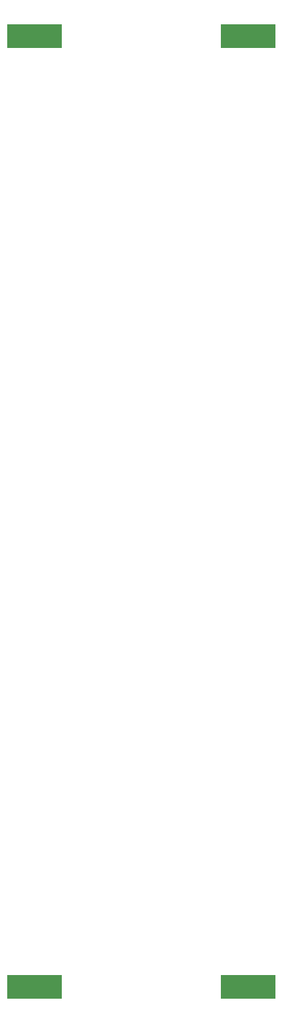
<source format=gbr>
G04 #@! TF.GenerationSoftware,KiCad,Pcbnew,5.1.4*
G04 #@! TF.CreationDate,2019-10-24T23:25:40+02:00*
G04 #@! TF.ProjectId,faceplate,66616365-706c-4617-9465-2e6b69636164,rev?*
G04 #@! TF.SameCoordinates,Original*
G04 #@! TF.FileFunction,Soldermask,Top*
G04 #@! TF.FilePolarity,Negative*
%FSLAX46Y46*%
G04 Gerber Fmt 4.6, Leading zero omitted, Abs format (unit mm)*
G04 Created by KiCad (PCBNEW 5.1.4) date 2019-10-24 23:25:40*
%MOMM*%
%LPD*%
G04 APERTURE LIST*
%ADD10C,0.100000*%
G04 APERTURE END LIST*
D10*
G36*
X135000000Y-44500000D02*
G01*
X128000000Y-44500000D01*
X128000000Y-41500000D01*
X135000000Y-41500000D01*
X135000000Y-44500000D01*
G37*
X135000000Y-44500000D02*
X128000000Y-44500000D01*
X128000000Y-41500000D01*
X135000000Y-41500000D01*
X135000000Y-44500000D01*
G36*
X107500000Y-44500000D02*
G01*
X100500000Y-44500000D01*
X100500000Y-41500000D01*
X107500000Y-41500000D01*
X107500000Y-44500000D01*
G37*
X107500000Y-44500000D02*
X100500000Y-44500000D01*
X100500000Y-41500000D01*
X107500000Y-41500000D01*
X107500000Y-44500000D01*
G36*
X107500000Y-167000000D02*
G01*
X100500000Y-167000000D01*
X100500000Y-164000000D01*
X107500000Y-164000000D01*
X107500000Y-167000000D01*
G37*
X107500000Y-167000000D02*
X100500000Y-167000000D01*
X100500000Y-164000000D01*
X107500000Y-164000000D01*
X107500000Y-167000000D01*
G36*
X135000000Y-167000000D02*
G01*
X128000000Y-167000000D01*
X128000000Y-164000000D01*
X135000000Y-164000000D01*
X135000000Y-167000000D01*
G37*
X135000000Y-167000000D02*
X128000000Y-167000000D01*
X128000000Y-164000000D01*
X135000000Y-164000000D01*
X135000000Y-167000000D01*
G36*
X135000000Y-167000000D02*
G01*
X128000000Y-167000000D01*
X128000000Y-164000000D01*
X135000000Y-164000000D01*
X135000000Y-167000000D01*
G37*
X135000000Y-167000000D02*
X128000000Y-167000000D01*
X128000000Y-164000000D01*
X135000000Y-164000000D01*
X135000000Y-167000000D01*
G36*
X107500000Y-167000000D02*
G01*
X100500000Y-167000000D01*
X100500000Y-164000000D01*
X107500000Y-164000000D01*
X107500000Y-167000000D01*
G37*
X107500000Y-167000000D02*
X100500000Y-167000000D01*
X100500000Y-164000000D01*
X107500000Y-164000000D01*
X107500000Y-167000000D01*
G36*
X135000000Y-44500000D02*
G01*
X128000000Y-44500000D01*
X128000000Y-41500000D01*
X135000000Y-41500000D01*
X135000000Y-44500000D01*
G37*
X135000000Y-44500000D02*
X128000000Y-44500000D01*
X128000000Y-41500000D01*
X135000000Y-41500000D01*
X135000000Y-44500000D01*
G36*
X107500000Y-44500000D02*
G01*
X100500000Y-44500000D01*
X100500000Y-41500000D01*
X107500000Y-41500000D01*
X107500000Y-44500000D01*
G37*
X107500000Y-44500000D02*
X100500000Y-44500000D01*
X100500000Y-41500000D01*
X107500000Y-41500000D01*
X107500000Y-44500000D01*
M02*

</source>
